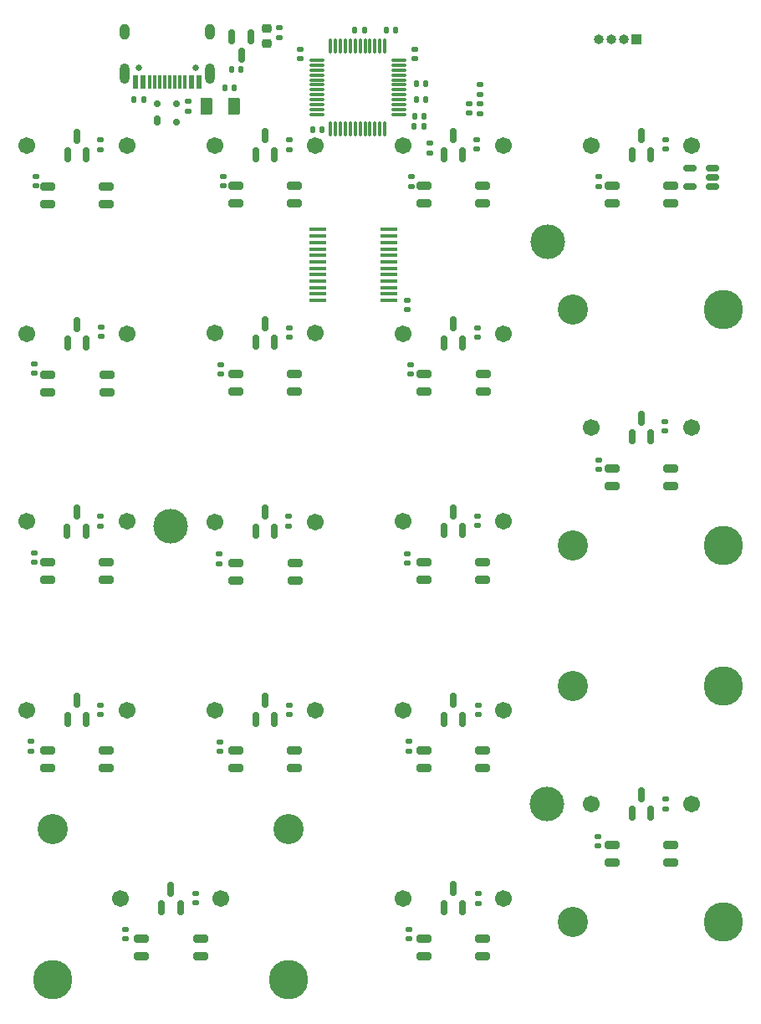
<source format=gbs>
G04 #@! TF.GenerationSoftware,KiCad,Pcbnew,8.0.5*
G04 #@! TF.CreationDate,2024-11-11T15:57:41+01:00*
G04 #@! TF.ProjectId,Klawiatura analogowa,4b6c6177-6961-4747-9572-6120616e616c,rev?*
G04 #@! TF.SameCoordinates,Original*
G04 #@! TF.FileFunction,Soldermask,Bot*
G04 #@! TF.FilePolarity,Negative*
%FSLAX46Y46*%
G04 Gerber Fmt 4.6, Leading zero omitted, Abs format (unit mm)*
G04 Created by KiCad (PCBNEW 8.0.5) date 2024-11-11 15:57:41*
%MOMM*%
%LPD*%
G01*
G04 APERTURE LIST*
G04 Aperture macros list*
%AMRoundRect*
0 Rectangle with rounded corners*
0 $1 Rounding radius*
0 $2 $3 $4 $5 $6 $7 $8 $9 X,Y pos of 4 corners*
0 Add a 4 corners polygon primitive as box body*
4,1,4,$2,$3,$4,$5,$6,$7,$8,$9,$2,$3,0*
0 Add four circle primitives for the rounded corners*
1,1,$1+$1,$2,$3*
1,1,$1+$1,$4,$5*
1,1,$1+$1,$6,$7*
1,1,$1+$1,$8,$9*
0 Add four rect primitives between the rounded corners*
20,1,$1+$1,$2,$3,$4,$5,0*
20,1,$1+$1,$4,$5,$6,$7,0*
20,1,$1+$1,$6,$7,$8,$9,0*
20,1,$1+$1,$8,$9,$2,$3,0*%
G04 Aperture macros list end*
%ADD10R,1.000000X1.000000*%
%ADD11O,1.000000X1.000000*%
%ADD12RoundRect,0.135000X-0.135000X-0.185000X0.135000X-0.185000X0.135000X0.185000X-0.135000X0.185000X0*%
%ADD13RoundRect,0.135000X0.185000X-0.135000X0.185000X0.135000X-0.185000X0.135000X-0.185000X-0.135000X0*%
%ADD14RoundRect,0.140000X-0.140000X-0.170000X0.140000X-0.170000X0.140000X0.170000X-0.140000X0.170000X0*%
%ADD15RoundRect,0.200000X-0.550000X-0.200000X0.550000X-0.200000X0.550000X0.200000X-0.550000X0.200000X0*%
%ADD16C,3.500000*%
%ADD17C,1.701800*%
%ADD18RoundRect,0.150000X-0.150000X0.587500X-0.150000X-0.587500X0.150000X-0.587500X0.150000X0.587500X0*%
%ADD19C,3.048000*%
%ADD20C,3.987800*%
%ADD21RoundRect,0.140000X0.140000X0.170000X-0.140000X0.170000X-0.140000X-0.170000X0.140000X-0.170000X0*%
%ADD22RoundRect,0.140000X-0.170000X0.140000X-0.170000X-0.140000X0.170000X-0.140000X0.170000X0.140000X0*%
%ADD23RoundRect,0.140000X0.170000X-0.140000X0.170000X0.140000X-0.170000X0.140000X-0.170000X-0.140000X0*%
%ADD24RoundRect,0.150000X0.512500X0.150000X-0.512500X0.150000X-0.512500X-0.150000X0.512500X-0.150000X0*%
%ADD25RoundRect,0.150000X-0.200000X-0.150000X0.200000X-0.150000X0.200000X0.150000X-0.200000X0.150000X0*%
%ADD26RoundRect,0.175000X-0.175000X-0.325000X0.175000X-0.325000X0.175000X0.325000X-0.175000X0.325000X0*%
%ADD27RoundRect,0.135000X0.135000X0.185000X-0.135000X0.185000X-0.135000X-0.185000X0.135000X-0.185000X0*%
%ADD28R,1.750000X0.450000*%
%ADD29O,1.000000X2.100000*%
%ADD30O,1.000000X1.600000*%
%ADD31R,0.600000X1.450000*%
%ADD32R,0.300000X1.450000*%
%ADD33C,0.650000*%
%ADD34RoundRect,0.075000X0.075000X0.662500X-0.075000X0.662500X-0.075000X-0.662500X0.075000X-0.662500X0*%
%ADD35RoundRect,0.075000X0.662500X0.075000X-0.662500X0.075000X-0.662500X-0.075000X0.662500X-0.075000X0*%
%ADD36RoundRect,0.250000X-0.375000X-0.625000X0.375000X-0.625000X0.375000X0.625000X-0.375000X0.625000X0*%
%ADD37RoundRect,0.135000X-0.185000X0.135000X-0.185000X-0.135000X0.185000X-0.135000X0.185000X0.135000X0*%
%ADD38RoundRect,0.225000X-0.250000X0.225000X-0.250000X-0.225000X0.250000X-0.225000X0.250000X0.225000X0*%
G04 APERTURE END LIST*
D10*
X173200000Y-41650000D03*
D11*
X171930000Y-41650000D03*
X170660000Y-41650000D03*
X169390000Y-41650000D03*
D12*
X150690000Y-50500000D03*
X151710000Y-50500000D03*
D13*
X152250000Y-53210000D03*
X152250000Y-52190000D03*
D14*
X150720000Y-49450000D03*
X151680000Y-49450000D03*
D15*
X113550000Y-56530000D03*
X113550000Y-58310000D03*
X119550000Y-58310000D03*
X119550000Y-56530000D03*
D16*
X164200000Y-62150000D03*
D15*
X151657500Y-56519500D03*
X151657500Y-58299500D03*
X157657500Y-58299500D03*
X157657500Y-56519500D03*
D16*
X164150000Y-119050000D03*
D17*
X111477500Y-109529500D03*
X121637500Y-109529500D03*
D18*
X117507500Y-110467000D03*
X115607500Y-110467000D03*
X116557500Y-108592000D03*
D15*
X113557500Y-113669500D03*
X113557500Y-115449500D03*
X119557500Y-115449500D03*
X119557500Y-113669500D03*
X151657500Y-113669500D03*
X151657500Y-115449500D03*
X157657500Y-115449500D03*
X157657500Y-113669500D03*
D17*
X130527500Y-90479500D03*
X140687500Y-90479500D03*
D18*
X136557500Y-91417000D03*
X134657500Y-91417000D03*
X135607500Y-89542000D03*
D15*
X151657500Y-94619500D03*
X151657500Y-96399500D03*
X157657500Y-96399500D03*
X157657500Y-94619500D03*
D17*
X111480000Y-71450000D03*
X121640000Y-71450000D03*
D18*
X117510000Y-72387500D03*
X115610000Y-72387500D03*
X116560000Y-70512500D03*
D15*
X132607500Y-56519500D03*
X132607500Y-58299500D03*
X138607500Y-58299500D03*
X138607500Y-56519500D03*
D17*
X130527500Y-109529500D03*
X140687500Y-109529500D03*
D18*
X136557500Y-110467000D03*
X134657500Y-110467000D03*
X135607500Y-108592000D03*
D15*
X132617500Y-94629500D03*
X132617500Y-96409500D03*
X138617500Y-96409500D03*
X138617500Y-94629500D03*
D19*
X166722500Y-69016500D03*
X166722500Y-92892500D03*
D17*
X168627500Y-80954500D03*
X178787500Y-80954500D03*
D20*
X181962500Y-69016500D03*
X181962500Y-92892500D03*
D18*
X174657500Y-81892000D03*
X172757500Y-81892000D03*
X173707500Y-80017000D03*
D15*
X123070000Y-132708250D03*
X123070000Y-134488250D03*
X129070000Y-134488250D03*
X129070000Y-132708250D03*
D19*
X166722500Y-107116500D03*
X166722500Y-130992500D03*
D17*
X168627500Y-119054500D03*
X178787500Y-119054500D03*
D20*
X181962500Y-107116500D03*
X181962500Y-130992500D03*
D18*
X174657500Y-119992000D03*
X172757500Y-119992000D03*
X173707500Y-118117000D03*
D17*
X149577500Y-109529500D03*
X159737500Y-109529500D03*
D18*
X155607500Y-110467000D03*
X153707500Y-110467000D03*
X154657500Y-108592000D03*
D17*
X168627500Y-52379500D03*
X178787500Y-52379500D03*
D18*
X174657500Y-53317000D03*
X172757500Y-53317000D03*
X173707500Y-51442000D03*
D17*
X111451250Y-90471250D03*
X121611250Y-90471250D03*
D18*
X117481250Y-91408750D03*
X115581250Y-91408750D03*
X116531250Y-89533750D03*
D17*
X130527500Y-52379500D03*
X140687500Y-52379500D03*
D18*
X136557500Y-53317000D03*
X134657500Y-53317000D03*
X135607500Y-51442000D03*
D16*
X126000000Y-90900000D03*
D15*
X170707500Y-123194500D03*
X170707500Y-124974500D03*
X176707500Y-124974500D03*
X176707500Y-123194500D03*
X132607500Y-75569500D03*
X132607500Y-77349500D03*
X138607500Y-77349500D03*
X138607500Y-75569500D03*
X170707500Y-56519500D03*
X170707500Y-58299500D03*
X176707500Y-58299500D03*
X176707500Y-56519500D03*
D17*
X149577500Y-71429500D03*
X159737500Y-71429500D03*
D18*
X155607500Y-72367000D03*
X153707500Y-72367000D03*
X154657500Y-70492000D03*
D15*
X151682500Y-75571500D03*
X151682500Y-77351500D03*
X157682500Y-77351500D03*
X157682500Y-75571500D03*
D17*
X149577500Y-52379500D03*
X159737500Y-52379500D03*
D18*
X155607500Y-53317000D03*
X153707500Y-53317000D03*
X154657500Y-51442000D03*
D17*
X149581250Y-90457000D03*
X159741250Y-90457000D03*
D18*
X155611250Y-91394500D03*
X153711250Y-91394500D03*
X154661250Y-89519500D03*
D17*
X130537500Y-71412000D03*
X140697500Y-71412000D03*
D18*
X136567500Y-72349500D03*
X134667500Y-72349500D03*
X135617500Y-70474500D03*
D15*
X113580000Y-75590000D03*
X113580000Y-77370000D03*
X119580000Y-77370000D03*
X119580000Y-75590000D03*
X151657500Y-132719500D03*
X151657500Y-134499500D03*
X157657500Y-134499500D03*
X157657500Y-132719500D03*
D17*
X149577500Y-128579500D03*
X159737500Y-128579500D03*
D18*
X155607500Y-129517000D03*
X153707500Y-129517000D03*
X154657500Y-127642000D03*
D15*
X170707500Y-85094500D03*
X170707500Y-86874500D03*
X176707500Y-86874500D03*
X176707500Y-85094500D03*
X132607500Y-113669500D03*
X132607500Y-115449500D03*
X138607500Y-115449500D03*
X138607500Y-113669500D03*
X113557500Y-94619500D03*
X113557500Y-96399500D03*
X119557500Y-96399500D03*
X119557500Y-94619500D03*
D19*
X114132000Y-121615000D03*
D20*
X114132000Y-136855000D03*
D17*
X120990000Y-128600000D03*
X131150000Y-128600000D03*
D19*
X138008000Y-121615000D03*
D20*
X138008000Y-136855000D03*
D18*
X127020000Y-129537500D03*
X125120000Y-129537500D03*
X126070000Y-127662500D03*
D17*
X111470000Y-52390000D03*
X121630000Y-52390000D03*
D18*
X117500000Y-53327500D03*
X115600000Y-53327500D03*
X116550000Y-51452500D03*
D21*
X140395000Y-50775000D03*
X141355000Y-50775000D03*
D22*
X131400000Y-55537500D03*
X131400000Y-56497500D03*
D23*
X150775000Y-42645000D03*
X150775000Y-43605000D03*
D14*
X148855000Y-40725000D03*
X147895000Y-40725000D03*
D22*
X130950000Y-93749500D03*
X130950000Y-94709500D03*
D24*
X180900000Y-54667500D03*
X180900000Y-55617500D03*
X180900000Y-56567500D03*
X178625000Y-56567500D03*
X178625000Y-54667500D03*
D25*
X126650000Y-50050000D03*
X126650000Y-48150000D03*
X124650000Y-48150000D03*
D26*
X124650000Y-49850000D03*
D27*
X144665000Y-40725000D03*
X145685000Y-40725000D03*
D14*
X151855000Y-47725000D03*
X150895000Y-47725000D03*
D22*
X169350000Y-55570000D03*
X169350000Y-56530000D03*
X131100000Y-74570000D03*
X131100000Y-75530000D03*
D23*
X138062500Y-52817500D03*
X138062500Y-51857500D03*
X118950000Y-52820000D03*
X118950000Y-51860000D03*
X139175000Y-42645000D03*
X139175000Y-43605000D03*
D22*
X169300000Y-122337500D03*
X169300000Y-123297500D03*
D28*
X140950000Y-68075000D03*
X140950000Y-67425000D03*
X140950000Y-66775000D03*
X140950000Y-66125000D03*
X140950000Y-65475000D03*
X140950000Y-64825000D03*
X140950000Y-64175000D03*
X140950000Y-63525000D03*
X140950000Y-62875000D03*
X140950000Y-62225000D03*
X140950000Y-61575000D03*
X140950000Y-60925000D03*
X148150000Y-60925000D03*
X148150000Y-61575000D03*
X148150000Y-62225000D03*
X148150000Y-62875000D03*
X148150000Y-63525000D03*
X148150000Y-64175000D03*
X148150000Y-64825000D03*
X148150000Y-65475000D03*
X148150000Y-66125000D03*
X148150000Y-66775000D03*
X148150000Y-67425000D03*
X148150000Y-68075000D03*
D23*
X138062500Y-110017500D03*
X138062500Y-109057500D03*
X176162500Y-52797500D03*
X176162500Y-51837500D03*
D29*
X130020000Y-45105000D03*
D30*
X130020000Y-40925000D03*
D29*
X121380000Y-45105000D03*
D30*
X121380000Y-40925000D03*
D31*
X122450000Y-46020000D03*
X123250000Y-46020000D03*
D32*
X123950000Y-46020000D03*
X124950000Y-46020000D03*
X126450000Y-46020000D03*
X127450000Y-46020000D03*
D31*
X128150000Y-46020000D03*
X128950000Y-46020000D03*
X128950000Y-46020000D03*
X128150000Y-46020000D03*
D32*
X126950000Y-46020000D03*
X125950000Y-46020000D03*
X125450000Y-46020000D03*
X124450000Y-46020000D03*
D31*
X123250000Y-46020000D03*
X122450000Y-46020000D03*
D33*
X128590000Y-44575000D03*
X122810000Y-44575000D03*
D34*
X147725000Y-42362500D03*
X147225000Y-42362500D03*
X146725000Y-42362500D03*
X146225000Y-42362500D03*
X145725000Y-42362500D03*
X145225000Y-42362500D03*
X144725000Y-42362500D03*
X144225000Y-42362500D03*
X143725000Y-42362500D03*
X143225000Y-42362500D03*
X142725000Y-42362500D03*
X142225000Y-42362500D03*
D35*
X140812500Y-43775000D03*
X140812500Y-44275000D03*
X140812500Y-44775000D03*
X140812500Y-45275000D03*
X140812500Y-45775000D03*
X140812500Y-46275000D03*
X140812500Y-46775000D03*
X140812500Y-47275000D03*
X140812500Y-47775000D03*
X140812500Y-48275000D03*
X140812500Y-48775000D03*
X140812500Y-49275000D03*
D34*
X142225000Y-50687500D03*
X142725000Y-50687500D03*
X143225000Y-50687500D03*
X143725000Y-50687500D03*
X144225000Y-50687500D03*
X144725000Y-50687500D03*
X145225000Y-50687500D03*
X145725000Y-50687500D03*
X146225000Y-50687500D03*
X146725000Y-50687500D03*
X147225000Y-50687500D03*
X147725000Y-50687500D03*
D35*
X149137500Y-49275000D03*
X149137500Y-48775000D03*
X149137500Y-48275000D03*
X149137500Y-47775000D03*
X149137500Y-47275000D03*
X149137500Y-46775000D03*
X149137500Y-46275000D03*
X149137500Y-45775000D03*
X149137500Y-45275000D03*
X149137500Y-44775000D03*
X149137500Y-44275000D03*
X149137500Y-43775000D03*
D13*
X157350000Y-48150000D03*
X157350000Y-49170000D03*
X157350000Y-46260000D03*
X157350000Y-47280000D03*
D23*
X149975000Y-69010000D03*
X149975000Y-68050000D03*
X118961250Y-90901250D03*
X118961250Y-89941250D03*
D14*
X151855000Y-46125000D03*
X150895000Y-46125000D03*
D23*
X157081250Y-90879500D03*
X157081250Y-89919500D03*
D22*
X112200000Y-93620000D03*
X112200000Y-94580000D03*
D36*
X132450000Y-48400000D03*
X129650000Y-48400000D03*
D23*
X138017500Y-90909500D03*
X138017500Y-89949500D03*
D22*
X150450000Y-55570000D03*
X150450000Y-56530000D03*
X112381750Y-55548000D03*
X112381750Y-56508000D03*
D21*
X131520000Y-46550000D03*
X132480000Y-46550000D03*
D22*
X111900000Y-112737500D03*
X111900000Y-113697500D03*
D23*
X128543750Y-129080000D03*
X128543750Y-128120000D03*
X157162500Y-110017500D03*
X157162500Y-109057500D03*
D22*
X112200000Y-74520000D03*
X112200000Y-75480000D03*
D23*
X119007500Y-71712000D03*
X119007500Y-70752000D03*
X176162500Y-119517500D03*
X176162500Y-118557500D03*
X138097500Y-71794500D03*
X138097500Y-70834500D03*
D22*
X169400000Y-84220000D03*
X169400000Y-85180000D03*
D23*
X157087500Y-71799500D03*
X157087500Y-70839500D03*
X118962500Y-110017500D03*
X118962500Y-109057500D03*
D22*
X137050000Y-40520000D03*
X137050000Y-41480000D03*
X121500000Y-131720000D03*
X121500000Y-132680000D03*
D21*
X133180000Y-44750000D03*
X132220000Y-44750000D03*
D12*
X123360000Y-47750000D03*
X122340000Y-47750000D03*
D22*
X150350000Y-74570000D03*
X150350000Y-75530000D03*
D37*
X127800000Y-48910000D03*
X127800000Y-47890000D03*
D22*
X150000000Y-93719500D03*
X150000000Y-94679500D03*
D18*
X132250000Y-41400000D03*
X134150000Y-41400000D03*
X133200000Y-43275000D03*
D22*
X150150000Y-131750000D03*
X150150000Y-132710000D03*
D23*
X176062500Y-81297500D03*
X176062500Y-80337500D03*
X157062500Y-52797500D03*
X157062500Y-51837500D03*
D38*
X135750000Y-40575000D03*
X135750000Y-42125000D03*
D22*
X156250000Y-49150000D03*
X156250000Y-48190000D03*
X131050000Y-112770000D03*
X131050000Y-113730000D03*
X150150000Y-112720000D03*
X150150000Y-113680000D03*
D23*
X157162500Y-129097500D03*
X157162500Y-128137500D03*
M02*

</source>
